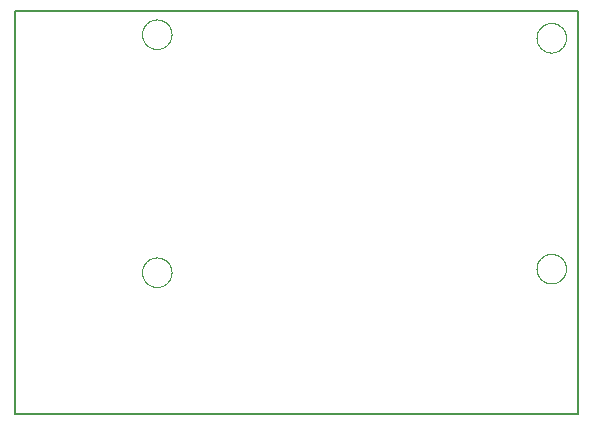
<source format=gbo>
G75*
%MOIN*%
%OFA0B0*%
%FSLAX25Y25*%
%IPPOS*%
%LPD*%
%AMOC8*
5,1,8,0,0,1.08239X$1,22.5*
%
%ADD10C,0.00600*%
%ADD11C,0.00000*%
D10*
X0001300Y0034623D02*
X0001300Y0168875D01*
X0189095Y0168875D01*
X0189095Y0034623D01*
X0001300Y0034623D01*
D11*
X0043623Y0081867D02*
X0043625Y0082007D01*
X0043631Y0082147D01*
X0043641Y0082286D01*
X0043655Y0082425D01*
X0043673Y0082564D01*
X0043694Y0082702D01*
X0043720Y0082840D01*
X0043750Y0082977D01*
X0043783Y0083112D01*
X0043821Y0083247D01*
X0043862Y0083381D01*
X0043907Y0083514D01*
X0043955Y0083645D01*
X0044008Y0083774D01*
X0044064Y0083903D01*
X0044123Y0084029D01*
X0044187Y0084154D01*
X0044253Y0084277D01*
X0044324Y0084398D01*
X0044397Y0084517D01*
X0044474Y0084634D01*
X0044555Y0084748D01*
X0044638Y0084860D01*
X0044725Y0084970D01*
X0044815Y0085078D01*
X0044907Y0085182D01*
X0045003Y0085284D01*
X0045102Y0085384D01*
X0045203Y0085480D01*
X0045307Y0085574D01*
X0045414Y0085664D01*
X0045523Y0085751D01*
X0045635Y0085836D01*
X0045749Y0085917D01*
X0045865Y0085995D01*
X0045983Y0086069D01*
X0046104Y0086140D01*
X0046226Y0086208D01*
X0046351Y0086272D01*
X0046477Y0086333D01*
X0046604Y0086390D01*
X0046734Y0086443D01*
X0046865Y0086493D01*
X0046997Y0086538D01*
X0047130Y0086581D01*
X0047265Y0086619D01*
X0047400Y0086653D01*
X0047537Y0086684D01*
X0047674Y0086711D01*
X0047812Y0086733D01*
X0047951Y0086752D01*
X0048090Y0086767D01*
X0048229Y0086778D01*
X0048369Y0086785D01*
X0048509Y0086788D01*
X0048649Y0086787D01*
X0048789Y0086782D01*
X0048928Y0086773D01*
X0049068Y0086760D01*
X0049207Y0086743D01*
X0049345Y0086722D01*
X0049483Y0086698D01*
X0049620Y0086669D01*
X0049756Y0086637D01*
X0049891Y0086600D01*
X0050025Y0086560D01*
X0050158Y0086516D01*
X0050289Y0086468D01*
X0050419Y0086417D01*
X0050548Y0086362D01*
X0050675Y0086303D01*
X0050800Y0086240D01*
X0050923Y0086175D01*
X0051045Y0086105D01*
X0051164Y0086032D01*
X0051282Y0085956D01*
X0051397Y0085877D01*
X0051510Y0085794D01*
X0051620Y0085708D01*
X0051728Y0085619D01*
X0051833Y0085527D01*
X0051936Y0085432D01*
X0052036Y0085334D01*
X0052133Y0085234D01*
X0052227Y0085130D01*
X0052319Y0085024D01*
X0052407Y0084916D01*
X0052492Y0084805D01*
X0052574Y0084691D01*
X0052653Y0084575D01*
X0052728Y0084458D01*
X0052800Y0084338D01*
X0052868Y0084216D01*
X0052933Y0084092D01*
X0052995Y0083966D01*
X0053053Y0083839D01*
X0053107Y0083710D01*
X0053158Y0083579D01*
X0053204Y0083447D01*
X0053247Y0083314D01*
X0053287Y0083180D01*
X0053322Y0083045D01*
X0053354Y0082908D01*
X0053381Y0082771D01*
X0053405Y0082633D01*
X0053425Y0082495D01*
X0053441Y0082356D01*
X0053453Y0082216D01*
X0053461Y0082077D01*
X0053465Y0081937D01*
X0053465Y0081797D01*
X0053461Y0081657D01*
X0053453Y0081518D01*
X0053441Y0081378D01*
X0053425Y0081239D01*
X0053405Y0081101D01*
X0053381Y0080963D01*
X0053354Y0080826D01*
X0053322Y0080689D01*
X0053287Y0080554D01*
X0053247Y0080420D01*
X0053204Y0080287D01*
X0053158Y0080155D01*
X0053107Y0080024D01*
X0053053Y0079895D01*
X0052995Y0079768D01*
X0052933Y0079642D01*
X0052868Y0079518D01*
X0052800Y0079396D01*
X0052728Y0079276D01*
X0052653Y0079159D01*
X0052574Y0079043D01*
X0052492Y0078929D01*
X0052407Y0078818D01*
X0052319Y0078710D01*
X0052227Y0078604D01*
X0052133Y0078500D01*
X0052036Y0078400D01*
X0051936Y0078302D01*
X0051833Y0078207D01*
X0051728Y0078115D01*
X0051620Y0078026D01*
X0051510Y0077940D01*
X0051397Y0077857D01*
X0051282Y0077778D01*
X0051164Y0077702D01*
X0051045Y0077629D01*
X0050923Y0077559D01*
X0050800Y0077494D01*
X0050675Y0077431D01*
X0050548Y0077372D01*
X0050419Y0077317D01*
X0050289Y0077266D01*
X0050158Y0077218D01*
X0050025Y0077174D01*
X0049891Y0077134D01*
X0049756Y0077097D01*
X0049620Y0077065D01*
X0049483Y0077036D01*
X0049345Y0077012D01*
X0049207Y0076991D01*
X0049068Y0076974D01*
X0048928Y0076961D01*
X0048789Y0076952D01*
X0048649Y0076947D01*
X0048509Y0076946D01*
X0048369Y0076949D01*
X0048229Y0076956D01*
X0048090Y0076967D01*
X0047951Y0076982D01*
X0047812Y0077001D01*
X0047674Y0077023D01*
X0047537Y0077050D01*
X0047400Y0077081D01*
X0047265Y0077115D01*
X0047130Y0077153D01*
X0046997Y0077196D01*
X0046865Y0077241D01*
X0046734Y0077291D01*
X0046604Y0077344D01*
X0046477Y0077401D01*
X0046351Y0077462D01*
X0046226Y0077526D01*
X0046104Y0077594D01*
X0045983Y0077665D01*
X0045865Y0077739D01*
X0045749Y0077817D01*
X0045635Y0077898D01*
X0045523Y0077983D01*
X0045414Y0078070D01*
X0045307Y0078160D01*
X0045203Y0078254D01*
X0045102Y0078350D01*
X0045003Y0078450D01*
X0044907Y0078552D01*
X0044815Y0078656D01*
X0044725Y0078764D01*
X0044638Y0078874D01*
X0044555Y0078986D01*
X0044474Y0079100D01*
X0044397Y0079217D01*
X0044324Y0079336D01*
X0044253Y0079457D01*
X0044187Y0079580D01*
X0044123Y0079705D01*
X0044064Y0079831D01*
X0044008Y0079960D01*
X0043955Y0080089D01*
X0043907Y0080220D01*
X0043862Y0080353D01*
X0043821Y0080487D01*
X0043783Y0080622D01*
X0043750Y0080757D01*
X0043720Y0080894D01*
X0043694Y0081032D01*
X0043673Y0081170D01*
X0043655Y0081309D01*
X0043641Y0081448D01*
X0043631Y0081587D01*
X0043625Y0081727D01*
X0043623Y0081867D01*
X0043623Y0161198D02*
X0043625Y0161338D01*
X0043631Y0161478D01*
X0043641Y0161617D01*
X0043655Y0161756D01*
X0043673Y0161895D01*
X0043694Y0162033D01*
X0043720Y0162171D01*
X0043750Y0162308D01*
X0043783Y0162443D01*
X0043821Y0162578D01*
X0043862Y0162712D01*
X0043907Y0162845D01*
X0043955Y0162976D01*
X0044008Y0163105D01*
X0044064Y0163234D01*
X0044123Y0163360D01*
X0044187Y0163485D01*
X0044253Y0163608D01*
X0044324Y0163729D01*
X0044397Y0163848D01*
X0044474Y0163965D01*
X0044555Y0164079D01*
X0044638Y0164191D01*
X0044725Y0164301D01*
X0044815Y0164409D01*
X0044907Y0164513D01*
X0045003Y0164615D01*
X0045102Y0164715D01*
X0045203Y0164811D01*
X0045307Y0164905D01*
X0045414Y0164995D01*
X0045523Y0165082D01*
X0045635Y0165167D01*
X0045749Y0165248D01*
X0045865Y0165326D01*
X0045983Y0165400D01*
X0046104Y0165471D01*
X0046226Y0165539D01*
X0046351Y0165603D01*
X0046477Y0165664D01*
X0046604Y0165721D01*
X0046734Y0165774D01*
X0046865Y0165824D01*
X0046997Y0165869D01*
X0047130Y0165912D01*
X0047265Y0165950D01*
X0047400Y0165984D01*
X0047537Y0166015D01*
X0047674Y0166042D01*
X0047812Y0166064D01*
X0047951Y0166083D01*
X0048090Y0166098D01*
X0048229Y0166109D01*
X0048369Y0166116D01*
X0048509Y0166119D01*
X0048649Y0166118D01*
X0048789Y0166113D01*
X0048928Y0166104D01*
X0049068Y0166091D01*
X0049207Y0166074D01*
X0049345Y0166053D01*
X0049483Y0166029D01*
X0049620Y0166000D01*
X0049756Y0165968D01*
X0049891Y0165931D01*
X0050025Y0165891D01*
X0050158Y0165847D01*
X0050289Y0165799D01*
X0050419Y0165748D01*
X0050548Y0165693D01*
X0050675Y0165634D01*
X0050800Y0165571D01*
X0050923Y0165506D01*
X0051045Y0165436D01*
X0051164Y0165363D01*
X0051282Y0165287D01*
X0051397Y0165208D01*
X0051510Y0165125D01*
X0051620Y0165039D01*
X0051728Y0164950D01*
X0051833Y0164858D01*
X0051936Y0164763D01*
X0052036Y0164665D01*
X0052133Y0164565D01*
X0052227Y0164461D01*
X0052319Y0164355D01*
X0052407Y0164247D01*
X0052492Y0164136D01*
X0052574Y0164022D01*
X0052653Y0163906D01*
X0052728Y0163789D01*
X0052800Y0163669D01*
X0052868Y0163547D01*
X0052933Y0163423D01*
X0052995Y0163297D01*
X0053053Y0163170D01*
X0053107Y0163041D01*
X0053158Y0162910D01*
X0053204Y0162778D01*
X0053247Y0162645D01*
X0053287Y0162511D01*
X0053322Y0162376D01*
X0053354Y0162239D01*
X0053381Y0162102D01*
X0053405Y0161964D01*
X0053425Y0161826D01*
X0053441Y0161687D01*
X0053453Y0161547D01*
X0053461Y0161408D01*
X0053465Y0161268D01*
X0053465Y0161128D01*
X0053461Y0160988D01*
X0053453Y0160849D01*
X0053441Y0160709D01*
X0053425Y0160570D01*
X0053405Y0160432D01*
X0053381Y0160294D01*
X0053354Y0160157D01*
X0053322Y0160020D01*
X0053287Y0159885D01*
X0053247Y0159751D01*
X0053204Y0159618D01*
X0053158Y0159486D01*
X0053107Y0159355D01*
X0053053Y0159226D01*
X0052995Y0159099D01*
X0052933Y0158973D01*
X0052868Y0158849D01*
X0052800Y0158727D01*
X0052728Y0158607D01*
X0052653Y0158490D01*
X0052574Y0158374D01*
X0052492Y0158260D01*
X0052407Y0158149D01*
X0052319Y0158041D01*
X0052227Y0157935D01*
X0052133Y0157831D01*
X0052036Y0157731D01*
X0051936Y0157633D01*
X0051833Y0157538D01*
X0051728Y0157446D01*
X0051620Y0157357D01*
X0051510Y0157271D01*
X0051397Y0157188D01*
X0051282Y0157109D01*
X0051164Y0157033D01*
X0051045Y0156960D01*
X0050923Y0156890D01*
X0050800Y0156825D01*
X0050675Y0156762D01*
X0050548Y0156703D01*
X0050419Y0156648D01*
X0050289Y0156597D01*
X0050158Y0156549D01*
X0050025Y0156505D01*
X0049891Y0156465D01*
X0049756Y0156428D01*
X0049620Y0156396D01*
X0049483Y0156367D01*
X0049345Y0156343D01*
X0049207Y0156322D01*
X0049068Y0156305D01*
X0048928Y0156292D01*
X0048789Y0156283D01*
X0048649Y0156278D01*
X0048509Y0156277D01*
X0048369Y0156280D01*
X0048229Y0156287D01*
X0048090Y0156298D01*
X0047951Y0156313D01*
X0047812Y0156332D01*
X0047674Y0156354D01*
X0047537Y0156381D01*
X0047400Y0156412D01*
X0047265Y0156446D01*
X0047130Y0156484D01*
X0046997Y0156527D01*
X0046865Y0156572D01*
X0046734Y0156622D01*
X0046604Y0156675D01*
X0046477Y0156732D01*
X0046351Y0156793D01*
X0046226Y0156857D01*
X0046104Y0156925D01*
X0045983Y0156996D01*
X0045865Y0157070D01*
X0045749Y0157148D01*
X0045635Y0157229D01*
X0045523Y0157314D01*
X0045414Y0157401D01*
X0045307Y0157491D01*
X0045203Y0157585D01*
X0045102Y0157681D01*
X0045003Y0157781D01*
X0044907Y0157883D01*
X0044815Y0157987D01*
X0044725Y0158095D01*
X0044638Y0158205D01*
X0044555Y0158317D01*
X0044474Y0158431D01*
X0044397Y0158548D01*
X0044324Y0158667D01*
X0044253Y0158788D01*
X0044187Y0158911D01*
X0044123Y0159036D01*
X0044064Y0159162D01*
X0044008Y0159291D01*
X0043955Y0159420D01*
X0043907Y0159551D01*
X0043862Y0159684D01*
X0043821Y0159818D01*
X0043783Y0159953D01*
X0043750Y0160088D01*
X0043720Y0160225D01*
X0043694Y0160363D01*
X0043673Y0160501D01*
X0043655Y0160640D01*
X0043641Y0160779D01*
X0043631Y0160918D01*
X0043625Y0161058D01*
X0043623Y0161198D01*
X0175119Y0160017D02*
X0175121Y0160157D01*
X0175127Y0160297D01*
X0175137Y0160436D01*
X0175151Y0160575D01*
X0175169Y0160714D01*
X0175190Y0160852D01*
X0175216Y0160990D01*
X0175246Y0161127D01*
X0175279Y0161262D01*
X0175317Y0161397D01*
X0175358Y0161531D01*
X0175403Y0161664D01*
X0175451Y0161795D01*
X0175504Y0161924D01*
X0175560Y0162053D01*
X0175619Y0162179D01*
X0175683Y0162304D01*
X0175749Y0162427D01*
X0175820Y0162548D01*
X0175893Y0162667D01*
X0175970Y0162784D01*
X0176051Y0162898D01*
X0176134Y0163010D01*
X0176221Y0163120D01*
X0176311Y0163228D01*
X0176403Y0163332D01*
X0176499Y0163434D01*
X0176598Y0163534D01*
X0176699Y0163630D01*
X0176803Y0163724D01*
X0176910Y0163814D01*
X0177019Y0163901D01*
X0177131Y0163986D01*
X0177245Y0164067D01*
X0177361Y0164145D01*
X0177479Y0164219D01*
X0177600Y0164290D01*
X0177722Y0164358D01*
X0177847Y0164422D01*
X0177973Y0164483D01*
X0178100Y0164540D01*
X0178230Y0164593D01*
X0178361Y0164643D01*
X0178493Y0164688D01*
X0178626Y0164731D01*
X0178761Y0164769D01*
X0178896Y0164803D01*
X0179033Y0164834D01*
X0179170Y0164861D01*
X0179308Y0164883D01*
X0179447Y0164902D01*
X0179586Y0164917D01*
X0179725Y0164928D01*
X0179865Y0164935D01*
X0180005Y0164938D01*
X0180145Y0164937D01*
X0180285Y0164932D01*
X0180424Y0164923D01*
X0180564Y0164910D01*
X0180703Y0164893D01*
X0180841Y0164872D01*
X0180979Y0164848D01*
X0181116Y0164819D01*
X0181252Y0164787D01*
X0181387Y0164750D01*
X0181521Y0164710D01*
X0181654Y0164666D01*
X0181785Y0164618D01*
X0181915Y0164567D01*
X0182044Y0164512D01*
X0182171Y0164453D01*
X0182296Y0164390D01*
X0182419Y0164325D01*
X0182541Y0164255D01*
X0182660Y0164182D01*
X0182778Y0164106D01*
X0182893Y0164027D01*
X0183006Y0163944D01*
X0183116Y0163858D01*
X0183224Y0163769D01*
X0183329Y0163677D01*
X0183432Y0163582D01*
X0183532Y0163484D01*
X0183629Y0163384D01*
X0183723Y0163280D01*
X0183815Y0163174D01*
X0183903Y0163066D01*
X0183988Y0162955D01*
X0184070Y0162841D01*
X0184149Y0162725D01*
X0184224Y0162608D01*
X0184296Y0162488D01*
X0184364Y0162366D01*
X0184429Y0162242D01*
X0184491Y0162116D01*
X0184549Y0161989D01*
X0184603Y0161860D01*
X0184654Y0161729D01*
X0184700Y0161597D01*
X0184743Y0161464D01*
X0184783Y0161330D01*
X0184818Y0161195D01*
X0184850Y0161058D01*
X0184877Y0160921D01*
X0184901Y0160783D01*
X0184921Y0160645D01*
X0184937Y0160506D01*
X0184949Y0160366D01*
X0184957Y0160227D01*
X0184961Y0160087D01*
X0184961Y0159947D01*
X0184957Y0159807D01*
X0184949Y0159668D01*
X0184937Y0159528D01*
X0184921Y0159389D01*
X0184901Y0159251D01*
X0184877Y0159113D01*
X0184850Y0158976D01*
X0184818Y0158839D01*
X0184783Y0158704D01*
X0184743Y0158570D01*
X0184700Y0158437D01*
X0184654Y0158305D01*
X0184603Y0158174D01*
X0184549Y0158045D01*
X0184491Y0157918D01*
X0184429Y0157792D01*
X0184364Y0157668D01*
X0184296Y0157546D01*
X0184224Y0157426D01*
X0184149Y0157309D01*
X0184070Y0157193D01*
X0183988Y0157079D01*
X0183903Y0156968D01*
X0183815Y0156860D01*
X0183723Y0156754D01*
X0183629Y0156650D01*
X0183532Y0156550D01*
X0183432Y0156452D01*
X0183329Y0156357D01*
X0183224Y0156265D01*
X0183116Y0156176D01*
X0183006Y0156090D01*
X0182893Y0156007D01*
X0182778Y0155928D01*
X0182660Y0155852D01*
X0182541Y0155779D01*
X0182419Y0155709D01*
X0182296Y0155644D01*
X0182171Y0155581D01*
X0182044Y0155522D01*
X0181915Y0155467D01*
X0181785Y0155416D01*
X0181654Y0155368D01*
X0181521Y0155324D01*
X0181387Y0155284D01*
X0181252Y0155247D01*
X0181116Y0155215D01*
X0180979Y0155186D01*
X0180841Y0155162D01*
X0180703Y0155141D01*
X0180564Y0155124D01*
X0180424Y0155111D01*
X0180285Y0155102D01*
X0180145Y0155097D01*
X0180005Y0155096D01*
X0179865Y0155099D01*
X0179725Y0155106D01*
X0179586Y0155117D01*
X0179447Y0155132D01*
X0179308Y0155151D01*
X0179170Y0155173D01*
X0179033Y0155200D01*
X0178896Y0155231D01*
X0178761Y0155265D01*
X0178626Y0155303D01*
X0178493Y0155346D01*
X0178361Y0155391D01*
X0178230Y0155441D01*
X0178100Y0155494D01*
X0177973Y0155551D01*
X0177847Y0155612D01*
X0177722Y0155676D01*
X0177600Y0155744D01*
X0177479Y0155815D01*
X0177361Y0155889D01*
X0177245Y0155967D01*
X0177131Y0156048D01*
X0177019Y0156133D01*
X0176910Y0156220D01*
X0176803Y0156310D01*
X0176699Y0156404D01*
X0176598Y0156500D01*
X0176499Y0156600D01*
X0176403Y0156702D01*
X0176311Y0156806D01*
X0176221Y0156914D01*
X0176134Y0157024D01*
X0176051Y0157136D01*
X0175970Y0157250D01*
X0175893Y0157367D01*
X0175820Y0157486D01*
X0175749Y0157607D01*
X0175683Y0157730D01*
X0175619Y0157855D01*
X0175560Y0157981D01*
X0175504Y0158110D01*
X0175451Y0158239D01*
X0175403Y0158370D01*
X0175358Y0158503D01*
X0175317Y0158637D01*
X0175279Y0158772D01*
X0175246Y0158907D01*
X0175216Y0159044D01*
X0175190Y0159182D01*
X0175169Y0159320D01*
X0175151Y0159459D01*
X0175137Y0159598D01*
X0175127Y0159737D01*
X0175121Y0159877D01*
X0175119Y0160017D01*
X0175119Y0083048D02*
X0175121Y0083188D01*
X0175127Y0083328D01*
X0175137Y0083467D01*
X0175151Y0083606D01*
X0175169Y0083745D01*
X0175190Y0083883D01*
X0175216Y0084021D01*
X0175246Y0084158D01*
X0175279Y0084293D01*
X0175317Y0084428D01*
X0175358Y0084562D01*
X0175403Y0084695D01*
X0175451Y0084826D01*
X0175504Y0084955D01*
X0175560Y0085084D01*
X0175619Y0085210D01*
X0175683Y0085335D01*
X0175749Y0085458D01*
X0175820Y0085579D01*
X0175893Y0085698D01*
X0175970Y0085815D01*
X0176051Y0085929D01*
X0176134Y0086041D01*
X0176221Y0086151D01*
X0176311Y0086259D01*
X0176403Y0086363D01*
X0176499Y0086465D01*
X0176598Y0086565D01*
X0176699Y0086661D01*
X0176803Y0086755D01*
X0176910Y0086845D01*
X0177019Y0086932D01*
X0177131Y0087017D01*
X0177245Y0087098D01*
X0177361Y0087176D01*
X0177479Y0087250D01*
X0177600Y0087321D01*
X0177722Y0087389D01*
X0177847Y0087453D01*
X0177973Y0087514D01*
X0178100Y0087571D01*
X0178230Y0087624D01*
X0178361Y0087674D01*
X0178493Y0087719D01*
X0178626Y0087762D01*
X0178761Y0087800D01*
X0178896Y0087834D01*
X0179033Y0087865D01*
X0179170Y0087892D01*
X0179308Y0087914D01*
X0179447Y0087933D01*
X0179586Y0087948D01*
X0179725Y0087959D01*
X0179865Y0087966D01*
X0180005Y0087969D01*
X0180145Y0087968D01*
X0180285Y0087963D01*
X0180424Y0087954D01*
X0180564Y0087941D01*
X0180703Y0087924D01*
X0180841Y0087903D01*
X0180979Y0087879D01*
X0181116Y0087850D01*
X0181252Y0087818D01*
X0181387Y0087781D01*
X0181521Y0087741D01*
X0181654Y0087697D01*
X0181785Y0087649D01*
X0181915Y0087598D01*
X0182044Y0087543D01*
X0182171Y0087484D01*
X0182296Y0087421D01*
X0182419Y0087356D01*
X0182541Y0087286D01*
X0182660Y0087213D01*
X0182778Y0087137D01*
X0182893Y0087058D01*
X0183006Y0086975D01*
X0183116Y0086889D01*
X0183224Y0086800D01*
X0183329Y0086708D01*
X0183432Y0086613D01*
X0183532Y0086515D01*
X0183629Y0086415D01*
X0183723Y0086311D01*
X0183815Y0086205D01*
X0183903Y0086097D01*
X0183988Y0085986D01*
X0184070Y0085872D01*
X0184149Y0085756D01*
X0184224Y0085639D01*
X0184296Y0085519D01*
X0184364Y0085397D01*
X0184429Y0085273D01*
X0184491Y0085147D01*
X0184549Y0085020D01*
X0184603Y0084891D01*
X0184654Y0084760D01*
X0184700Y0084628D01*
X0184743Y0084495D01*
X0184783Y0084361D01*
X0184818Y0084226D01*
X0184850Y0084089D01*
X0184877Y0083952D01*
X0184901Y0083814D01*
X0184921Y0083676D01*
X0184937Y0083537D01*
X0184949Y0083397D01*
X0184957Y0083258D01*
X0184961Y0083118D01*
X0184961Y0082978D01*
X0184957Y0082838D01*
X0184949Y0082699D01*
X0184937Y0082559D01*
X0184921Y0082420D01*
X0184901Y0082282D01*
X0184877Y0082144D01*
X0184850Y0082007D01*
X0184818Y0081870D01*
X0184783Y0081735D01*
X0184743Y0081601D01*
X0184700Y0081468D01*
X0184654Y0081336D01*
X0184603Y0081205D01*
X0184549Y0081076D01*
X0184491Y0080949D01*
X0184429Y0080823D01*
X0184364Y0080699D01*
X0184296Y0080577D01*
X0184224Y0080457D01*
X0184149Y0080340D01*
X0184070Y0080224D01*
X0183988Y0080110D01*
X0183903Y0079999D01*
X0183815Y0079891D01*
X0183723Y0079785D01*
X0183629Y0079681D01*
X0183532Y0079581D01*
X0183432Y0079483D01*
X0183329Y0079388D01*
X0183224Y0079296D01*
X0183116Y0079207D01*
X0183006Y0079121D01*
X0182893Y0079038D01*
X0182778Y0078959D01*
X0182660Y0078883D01*
X0182541Y0078810D01*
X0182419Y0078740D01*
X0182296Y0078675D01*
X0182171Y0078612D01*
X0182044Y0078553D01*
X0181915Y0078498D01*
X0181785Y0078447D01*
X0181654Y0078399D01*
X0181521Y0078355D01*
X0181387Y0078315D01*
X0181252Y0078278D01*
X0181116Y0078246D01*
X0180979Y0078217D01*
X0180841Y0078193D01*
X0180703Y0078172D01*
X0180564Y0078155D01*
X0180424Y0078142D01*
X0180285Y0078133D01*
X0180145Y0078128D01*
X0180005Y0078127D01*
X0179865Y0078130D01*
X0179725Y0078137D01*
X0179586Y0078148D01*
X0179447Y0078163D01*
X0179308Y0078182D01*
X0179170Y0078204D01*
X0179033Y0078231D01*
X0178896Y0078262D01*
X0178761Y0078296D01*
X0178626Y0078334D01*
X0178493Y0078377D01*
X0178361Y0078422D01*
X0178230Y0078472D01*
X0178100Y0078525D01*
X0177973Y0078582D01*
X0177847Y0078643D01*
X0177722Y0078707D01*
X0177600Y0078775D01*
X0177479Y0078846D01*
X0177361Y0078920D01*
X0177245Y0078998D01*
X0177131Y0079079D01*
X0177019Y0079164D01*
X0176910Y0079251D01*
X0176803Y0079341D01*
X0176699Y0079435D01*
X0176598Y0079531D01*
X0176499Y0079631D01*
X0176403Y0079733D01*
X0176311Y0079837D01*
X0176221Y0079945D01*
X0176134Y0080055D01*
X0176051Y0080167D01*
X0175970Y0080281D01*
X0175893Y0080398D01*
X0175820Y0080517D01*
X0175749Y0080638D01*
X0175683Y0080761D01*
X0175619Y0080886D01*
X0175560Y0081012D01*
X0175504Y0081141D01*
X0175451Y0081270D01*
X0175403Y0081401D01*
X0175358Y0081534D01*
X0175317Y0081668D01*
X0175279Y0081803D01*
X0175246Y0081938D01*
X0175216Y0082075D01*
X0175190Y0082213D01*
X0175169Y0082351D01*
X0175151Y0082490D01*
X0175137Y0082629D01*
X0175127Y0082768D01*
X0175121Y0082908D01*
X0175119Y0083048D01*
M02*

</source>
